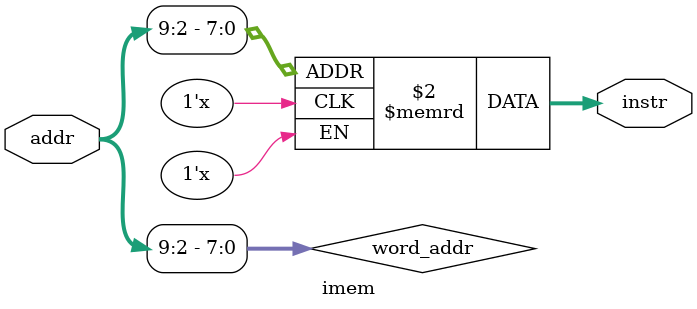
<source format=sv>
module imem #(
  parameter int DEPTH_WORDS = 256,
  parameter HEX_FILE = ""
) (
  input  logic [31:0] addr,
  output logic [31:0] instr
);

  logic [31:0] mem [0:DEPTH_WORDS-1];

  // Word address (PC is byte addr)
  logic [$clog2(DEPTH_WORDS)-1:0] word_addr;
  assign word_addr = addr[($clog2(DEPTH_WORDS)+1):2];

  // Combinational read
  always_comb begin
    instr = mem[word_addr];
  end

  initial begin
    if (HEX_FILE != "") begin
      $display("[IMEM] Loading hex: %s", HEX_FILE);
      $readmemh(HEX_FILE, mem);
    end else begin
      $display("[IMEM] No HEX_FILE provided; IMEM contents undefined.");
    end
  end

endmodule

</source>
